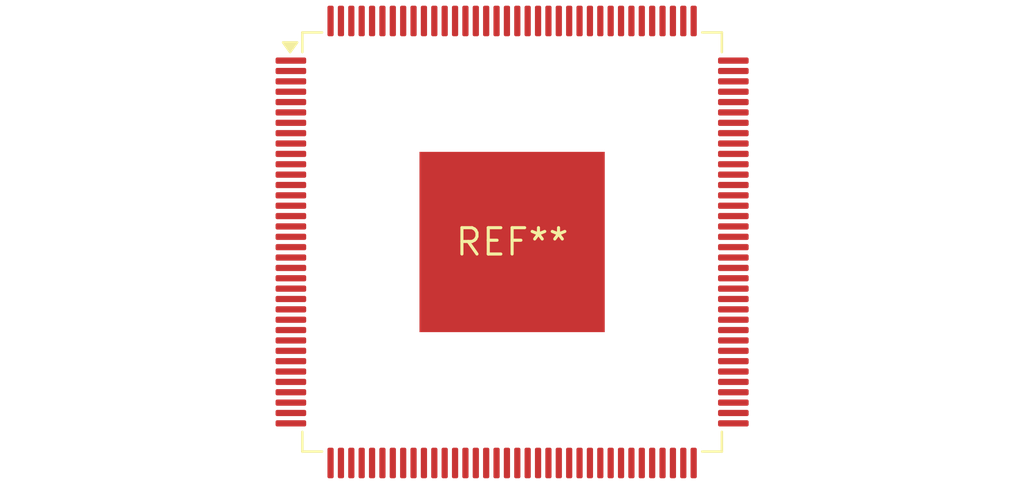
<source format=kicad_pcb>
(kicad_pcb (version 20240108) (generator pcbnew)
  (layers (0 "F.Cu" signal) (31 "B.Cu" signal) (34 "B.Paste" user) (35 "F.Paste" user) (36 "B.SilkS" user "B.Silkscreen") (37 "F.SilkS" user "F.Silkscreen") (38 "B.Mask" user) (39 "F.Mask" user) (44 "Edge.Cuts" user))
  (net 0 "")
  (footprint "EQFP-144-1EP_20x20mm_P0.5mm_EP8.93x8.7mm" (layer "F.Cu") (at 0 0)
    (property "Reference" "REF**")
    (property "Value" "EQFP-144-1EP_20x20mm_P0.5mm_EP8.93x8.7mm")
    (fp_line (start -10.11 -10.11) (end -10.11 -9.16) (layer "F.SilkS") (stroke (width 0.12)))
    (fp_line (start -10.11 10.11) (end -10.11 9.16) (layer "F.SilkS") (stroke (width 0.12)))
    (fp_line (start -9.16 -10.11) (end -10.11 -10.11) (layer "F.SilkS") (stroke (width 0.12)))
    (fp_line (start -9.16 10.11) (end -10.11 10.11) (layer "F.SilkS") (stroke (width 0.12)))
    (fp_line (start 9.16 -10.11) (end 10.11 -10.11) (layer "F.SilkS") (stroke (width 0.12)))
    (fp_line (start 9.16 10.11) (end 10.11 10.11) (layer "F.SilkS") (stroke (width 0.12)))
    (fp_line (start 10.11 -10.11) (end 10.11 -9.16) (layer "F.SilkS") (stroke (width 0.12)))
    (fp_line (start 10.11 10.11) (end 10.11 9.16) (layer "F.SilkS") (stroke (width 0.12)))
    (fp_poly (pts (xy -10.7 -9.16) (xy -11.04 -9.63) (xy -10.36 -9.63) (xy -10.7 -9.16)) (layer "F.SilkS") (stroke (width 0.12)) (fill solid))
    (pad "1" smd roundrect (at -10.6625 -8.75) (size 1.475 0.3) (layers "F.Cu" "F.Paste" "F.Mask"))
    (pad "2" smd roundrect (at -10.6625 -8.25) (size 1.475 0.3) (layers "F.Cu" "F.Paste" "F.Mask"))
    (pad "3" smd roundrect (at -10.6625 -7.75) (size 1.475 0.3) (layers "F.Cu" "F.Paste" "F.Mask"))
    (pad "4" smd roundrect (at -10.6625 -7.25) (size 1.475 0.3) (layers "F.Cu" "F.Paste" "F.Mask"))
    (pad "5" smd roundrect (at -10.6625 -6.75) (size 1.475 0.3) (layers "F.Cu" "F.Paste" "F.Mask"))
    (pad "6" smd roundrect (at -10.6625 -6.25) (size 1.475 0.3) (layers "F.Cu" "F.Paste" "F.Mask"))
    (pad "7" smd roundrect (at -10.6625 -5.75) (size 1.475 0.3) (layers "F.Cu" "F.Paste" "F.Mask"))
    (pad "8" smd roundrect (at -10.6625 -5.25) (size 1.475 0.3) (layers "F.Cu" "F.Paste" "F.Mask"))
    (pad "9" smd roundrect (at -10.6625 -4.75) (size 1.475 0.3) (layers "F.Cu" "F.Paste" "F.Mask"))
    (pad "10" smd roundrect (at -10.6625 -4.25) (size 1.475 0.3) (layers "F.Cu" "F.Paste" "F.Mask"))
    (pad "11" smd roundrect (at -10.6625 -3.75) (size 1.475 0.3) (layers "F.Cu" "F.Paste" "F.Mask"))
    (pad "12" smd roundrect (at -10.6625 -3.25) (size 1.475 0.3) (layers "F.Cu" "F.Paste" "F.Mask"))
    (pad "13" smd roundrect (at -10.6625 -2.75) (size 1.475 0.3) (layers "F.Cu" "F.Paste" "F.Mask"))
    (pad "14" smd roundrect (at -10.6625 -2.25) (size 1.475 0.3) (layers "F.Cu" "F.Paste" "F.Mask"))
    (pad "15" smd roundrect (at -10.6625 -1.75) (size 1.475 0.3) (layers "F.Cu" "F.Paste" "F.Mask"))
    (pad "16" smd roundrect (at -10.6625 -1.25) (size 1.475 0.3) (layers "F.Cu" "F.Paste" "F.Mask"))
    (pad "17" smd roundrect (at -10.6625 -0.75) (size 1.475 0.3) (layers "F.Cu" "F.Paste" "F.Mask"))
    (pad "18" smd roundrect (at -10.6625 -0.25) (size 1.475 0.3) (layers "F.Cu" "F.Paste" "F.Mask"))
    (pad "19" smd roundrect (at -10.6625 0.25) (size 1.475 0.3) (layers "F.Cu" "F.Paste" "F.Mask"))
    (pad "20" smd roundrect (at -10.6625 0.75) (size 1.475 0.3) (layers "F.Cu" "F.Paste" "F.Mask"))
    (pad "21" smd roundrect (at -10.6625 1.25) (size 1.475 0.3) (layers "F.Cu" "F.Paste" "F.Mask"))
    (pad "22" smd roundrect (at -10.6625 1.75) (size 1.475 0.3) (layers "F.Cu" "F.Paste" "F.Mask"))
    (pad "23" smd roundrect (at -10.6625 2.25) (size 1.475 0.3) (layers "F.Cu" "F.Paste" "F.Mask"))
    (pad "24" smd roundrect (at -10.6625 2.75) (size 1.475 0.3) (layers "F.Cu" "F.Paste" "F.Mask"))
    (pad "25" smd roundrect (at -10.6625 3.25) (size 1.475 0.3) (layers "F.Cu" "F.Paste" "F.Mask"))
    (pad "26" smd roundrect (at -10.6625 3.75) (size 1.475 0.3) (layers "F.Cu" "F.Paste" "F.Mask"))
    (pad "27" smd roundrect (at -10.6625 4.25) (size 1.475 0.3) (layers "F.Cu" "F.Paste" "F.Mask"))
    (pad "28" smd roundrect (at -10.6625 4.75) (size 1.475 0.3) (layers "F.Cu" "F.Paste" "F.Mask"))
    (pad "29" smd roundrect (at -10.6625 5.25) (size 1.475 0.3) (layers "F.Cu" "F.Paste" "F.Mask"))
    (pad "30" smd roundrect (at -10.6625 5.75) (size 1.475 0.3) (layers "F.Cu" "F.Paste" "F.Mask"))
    (pad "31" smd roundrect (at -10.6625 6.25) (size 1.475 0.3) (layers "F.Cu" "F.Paste" "F.Mask"))
    (pad "32" smd roundrect (at -10.6625 6.75) (size 1.475 0.3) (layers "F.Cu" "F.Paste" "F.Mask"))
    (pad "33" smd roundrect (at -10.6625 7.25) (size 1.475 0.3) (layers "F.Cu" "F.Paste" "F.Mask"))
    (pad "34" smd roundrect (at -10.6625 7.75) (size 1.475 0.3) (layers "F.Cu" "F.Paste" "F.Mask"))
    (pad "35" smd roundrect (at -10.6625 8.25) (size 1.475 0.3) (layers "F.Cu" "F.Paste" "F.Mask"))
    (pad "36" smd roundrect (at -10.6625 8.75) (size 1.475 0.3) (layers "F.Cu" "F.Paste" "F.Mask"))
    (pad "37" smd roundrect (at -8.75 10.6625) (size 0.3 1.475) (layers "F.Cu" "F.Paste" "F.Mask"))
    (pad "38" smd roundrect (at -8.25 10.6625) (size 0.3 1.475) (layers "F.Cu" "F.Paste" "F.Mask"))
    (pad "39" smd roundrect (at -7.75 10.6625) (size 0.3 1.475) (layers "F.Cu" "F.Paste" "F.Mask"))
    (pad "40" smd roundrect (at -7.25 10.6625) (size 0.3 1.475) (layers "F.Cu" "F.Paste" "F.Mask"))
    (pad "41" smd roundrect (at -6.75 10.6625) (size 0.3 1.475) (layers "F.Cu" "F.Paste" "F.Mask"))
    (pad "42" smd roundrect (at -6.25 10.6625) (size 0.3 1.475) (layers "F.Cu" "F.Paste" "F.Mask"))
    (pad "43" smd roundrect (at -5.75 10.6625) (size 0.3 1.475) (layers "F.Cu" "F.Paste" "F.Mask"))
    (pad "44" smd roundrect (at -5.25 10.6625) (size 0.3 1.475) (layers "F.Cu" "F.Paste" "F.Mask"))
    (pad "45" smd roundrect (at -4.75 10.6625) (size 0.3 1.475) (layers "F.Cu" "F.Paste" "F.Mask"))
    (pad "46" smd roundrect (at -4.25 10.6625) (size 0.3 1.475) (layers "F.Cu" "F.Paste" "F.Mask"))
    (pad "47" smd roundrect (at -3.75 10.6625) (size 0.3 1.475) (layers "F.Cu" "F.Paste" "F.Mask"))
    (pad "48" smd roundrect (at -3.25 10.6625) (size 0.3 1.475) (layers "F.Cu" "F.Paste" "F.Mask"))
    (pad "49" smd roundrect (at -2.75 10.6625) (size 0.3 1.475) (layers "F.Cu" "F.Paste" "F.Mask"))
    (pad "50" smd roundrect (at -2.25 10.6625) (size 0.3 1.475) (layers "F.Cu" "F.Paste" "F.Mask"))
    (pad "51" smd roundrect (at -1.75 10.6625) (size 0.3 1.475) (layers "F.Cu" "F.Paste" "F.Mask"))
    (pad "52" smd roundrect (at -1.25 10.6625) (size 0.3 1.475) (layers "F.Cu" "F.Paste" "F.Mask"))
    (pad "53" smd roundrect (at -0.75 10.6625) (size 0.3 1.475) (layers "F.Cu" "F.Paste" "F.Mask"))
    (pad "54" smd roundrect (at -0.25 10.6625) (size 0.3 1.475) (layers "F.Cu" "F.Paste" "F.Mask"))
    (pad "55" smd roundrect (at 0.25 10.6625) (size 0.3 1.475) (layers "F.Cu" "F.Paste" "F.Mask"))
    (pad "56" smd roundrect (at 0.75 10.6625) (size 0.3 1.475) (layers "F.Cu" "F.Paste" "F.Mask"))
    (pad "57" smd roundrect (at 1.25 10.6625) (size 0.3 1.475) (layers "F.Cu" "F.Paste" "F.Mask"))
    (pad "58" smd roundrect (at 1.75 10.6625) (size 0.3 1.475) (layers "F.Cu" "F.Paste" "F.Mask"))
    (pad "59" smd roundrect (at 2.25 10.6625) (size 0.3 1.475) (layers "F.Cu" "F.Paste" "F.Mask"))
    (pad "60" smd roundrect (at 2.75 10.6625) (size 0.3 1.475) (layers "F.Cu" "F.Paste" "F.Mask"))
    (pad "61" smd roundrect (at 3.25 10.6625) (size 0.3 1.475) (layers "F.Cu" "F.Paste" "F.Mask"))
    (pad "62" smd roundrect (at 3.75 10.6625) (size 0.3 1.475) (layers "F.Cu" "F.Paste" "F.Mask"))
    (pad "63" smd roundrect (at 4.25 10.6625) (size 0.3 1.475) (layers "F.Cu" "F.Paste" "F.Mask"))
    (pad "64" smd roundrect (at 4.75 10.6625) (size 0.3 1.475) (layers "F.Cu" "F.Paste" "F.Mask"))
    (pad "65" smd roundrect (at 5.25 10.6625) (size 0.3 1.475) (layers "F.Cu" "F.Paste" "F.Mask"))
    (pad "66" smd roundrect (at 5.75 10.6625) (size 0.3 1.475) (layers "F.Cu" "F.Paste" "F.Mask"))
    (pad "67" smd roundrect (at 6.25 10.6625) (size 0.3 1.475) (layers "F.Cu" "F.Paste" "F.Mask"))
    (pad "68" smd roundrect (at 6.75 10.6625) (size 0.3 1.475) (layers "F.Cu" "F.Paste" "F.Mask"))
    (pad "69" smd roundrect (at 7.25 10.6625) (size 0.3 1.475) (layers "F.Cu" "F.Paste" "F.Mask"))
    (pad "70" smd roundrect (at 7.75 10.6625) (size 0.3 1.475) (layers "F.Cu" "F.Paste" "F.Mask"))
    (pad "71" smd roundrect (at 8.25 10.6625) (size 0.3 1.475) (layers "F.Cu" "F.Paste" "F.Mask"))
    (pad "72" smd roundrect (at 8.75 10.6625) (size 0.3 1.475) (layers "F.Cu" "F.Paste" "F.Mask"))
    (pad "73" smd roundrect (at 10.6625 8.75) (size 1.475 0.3) (layers "F.Cu" "F.Paste" "F.Mask"))
    (pad "74" smd roundrect (at 10.6625 8.25) (size 1.475 0.3) (layers "F.Cu" "F.Paste" "F.Mask"))
    (pad "75" smd roundrect (at 10.6625 7.75) (size 1.475 0.3) (layers "F.Cu" "F.Paste" "F.Mask"))
    (pad "76" smd roundrect (at 10.6625 7.25) (size 1.475 0.3) (layers "F.Cu" "F.Paste" "F.Mask"))
    (pad "77" smd roundrect (at 10.6625 6.75) (size 1.475 0.3) (layers "F.Cu" "F.Paste" "F.Mask"))
    (pad "78" smd roundrect (at 10.6625 6.25) (size 1.475 0.3) (layers "F.Cu" "F.Paste" "F.Mask"))
    (pad "79" smd roundrect (at 10.6625 5.75) (size 1.475 0.3) (layers "F.Cu" "F.Paste" "F.Mask"))
    (pad "80" smd roundrect (at 10.6625 5.25) (size 1.475 0.3) (layers "F.Cu" "F.Paste" "F.Mask"))
    (pad "81" smd roundrect (at 10.6625 4.75) (size 1.475 0.3) (layers "F.Cu" "F.Paste" "F.Mask"))
    (pad "82" smd roundrect (at 10.6625 4.25) (size 1.475 0.3) (layers "F.Cu" "F.Paste" "F.Mask"))
    (pad "83" smd roundrect (at 10.6625 3.75) (size 1.475 0.3) (layers "F.Cu" "F.Paste" "F.Mask"))
    (pad "84" smd roundrect (at 10.6625 3.25) (size 1.475 0.3) (layers "F.Cu" "F.Paste" "F.Mask"))
    (pad "85" smd roundrect (at 10.6625 2.75) (size 1.475 0.3) (layers "F.Cu" "F.Paste" "F.Mask"))
    (pad "86" smd roundrect (at 10.6625 2.25) (size 1.475 0.3) (layers "F.Cu" "F.Paste" "F.Mask"))
    (pad "87" smd roundrect (at 10.6625 1.75) (size 1.475 0.3) (layers "F.Cu" "F.Paste" "F.Mask"))
    (pad "88" smd roundrect (at 10.6625 1.25) (size 1.475 0.3) (layers "F.Cu" "F.Paste" "F.Mask"))
    (pad "89" smd roundrect (at 10.6625 0.75) (size 1.475 0.3) (layers "F.Cu" "F.Paste" "F.Mask"))
    (pad "90" smd roundrect (at 10.6625 0.25) (size 1.475 0.3) (layers "F.Cu" "F.Paste" "F.Mask"))
    (pad "91" smd roundrect (at 10.6625 -0.25) (size 1.475 0.3) (layers "F.Cu" "F.Paste" "F.Mask"))
    (pad "92" smd roundrect (at 10.6625 -0.75) (size 1.475 0.3) (layers "F.Cu" "F.Paste" "F.Mask"))
    (pad "93" smd roundrect (at 10.6625 -1.25) (size 1.475 0.3) (layers "F.Cu" "F.Paste" "F.Mask"))
    (pad "94" smd roundrect (at 10.6625 -1.75) (size 1.475 0.3) (layers "F.Cu" "F.Paste" "F.Mask"))
    (pad "95" smd roundrect (at 10.6625 -2.25) (size 1.475 0.3) (layers "F.Cu" "F.Paste" "F.Mask"))
    (pad "96" smd roundrect (at 10.6625 -2.75) (size 1.475 0.3) (layers "F.Cu" "F.Paste" "F.Mask"))
    (pad "97" smd roundrect (at 10.6625 -3.25) (size 1.475 0.3) (layers "F.Cu" "F.Paste" "F.Mask"))
    (pad "98" smd roundrect (at 10.6625 -3.75) (size 1.475 0.3) (layers "F.Cu" "F.Paste" "F.Mask"))
    (pad "99" smd roundrect (at 10.6625 -4.25) (size 1.475 0.3) (layers "F.Cu" "F.Paste" "F.Mask"))
    (pad "100" smd roundrect (at 10.6625 -4.75) (size 1.475 0.3) (layers "F.Cu" "F.Paste" "F.Mask"))
    (pad "101" smd roundrect (at 10.6625 -5.25) (size 1.475 0.3) (layers "F.Cu" "F.Paste" "F.Mask"))
    (pad "102" smd roundrect (at 10.6625 -5.75) (size 1.475 0.3) (layers "F.Cu" "F.Paste" "F.Mask"))
    (pad "103" smd roundrect (at 10.6625 -6.25) (size 1.475 0.3) (layers "F.Cu" "F.Paste" "F.Mask"))
    (pad "104" smd roundrect (at 10.6625 -6.75) (size 1.475 0.3) (layers "F.Cu" "F.Paste" "F.Mask"))
    (pad "105" smd roundrect (at 10.6625 -7.25) (size 1.475 0.3) (layers "F.Cu" "F.Paste" "F.Mask"))
    (pad "106" smd roundrect (at 10.6625 -7.75) (size 1.475 0.3) (layers "F.Cu" "F.Paste" "F.Mask"))
    (pad "107" smd roundrect (at 10.6625 -8.25) (size 1.475 0.3) (layers "F.Cu" "F.Paste" "F.Mask"))
    (pad "108" smd roundrect (at 10.6625 -8.75) (size 1.475 0.3) (layers "F.Cu" "F.Paste" "F.Mask"))
    (pad "109" smd roundrect (at 8.75 -10.6625) (size 0.3 1.475) (layers "F.Cu" "F.Paste" "F.Mask"))
    (pad "110" smd roundrect (at 8.25 -10.6625) (size 0.3 1.475) (layers "F.Cu" "F.Paste" "F.Mask"))
    (pad "111" smd roundrect (at 7.75 -10.6625) (size 0.3 1.475) (layers "F.Cu" "F.Paste" "F.Mask"))
    (pad "112" smd roundrect (at 7.25 -10.6625) (size 0.3 1.475) (layers "F.Cu" "F.Paste" "F.Mask"))
    (pad "113" smd roundrect (at 6.75 -10.6625) (size 0.3 1.475) (layers "F.Cu" "F.Paste" "F.Mask"))
    (pad "114" smd roundrect (at 6.25 -10.6625) (size 0.3 1.475) (layers "F.Cu" "F.Paste" "F.Mask"))
    (pad "115" smd roundrect (at 5.75 -10.6625) (size 0.3 1.475) (layers "F.Cu" "F.Paste" "F.Mask"))
    (pad "116" smd roundrect (at 5.25 -10.6625) (size 0.3 1.475) (layers "F.Cu" "F.Paste" "F.Mask"))
    (pad "117" smd roundrect (at 4.75 -10.6625) (size 0.3 1.475) (layers "F.Cu" "F.Paste" "F.Mask"))
    (pad "118" smd roundrect (at 4.25 -10.6625) (size 0.3 1.475) (layers "F.Cu" "F.Paste" "F.Mask"))
    (pad "119" smd roundrect (at 3.75 -10.6625) (size 0.3 1.475) (layers "F.Cu" "F.Paste" "F.Mask"))
    (pad "120" smd roundrect (at 3.25 -10.6625) (size 0.3 1.475) (layers "F.Cu" "F.Paste" "F.Mask"))
    (pad "121" smd roundrect (at 2.75 -10.6625) (size 0.3 1.475) (layers "F.Cu" "F.Paste" "F.Mask"))
    (pad "122" smd roundrect (at 2.25 -10.6625) (size 0.3 1.475) (layers "F.Cu" "F.Paste" "F.Mask"))
    (pad "123" smd roundrect (at 1.75 -10.6625) (size 0.3 1.475) (layers "F.Cu" "F.Paste" "F.Mask"))
    (pad "124" smd roundrect (at 1.25 -10.6625) (size 0.3 1.475) (layers "F.Cu" "F.Paste" "F.Mask"))
    (pad "125" smd roundrect (at 0.75 -10.6625) (size 0.3 1.475) (layers "F.Cu" "F.Paste" "F.Mask"))
    (pad "126" smd roundrect (at 0.25 -10.6625) (size 0.3 1.475) (layers "F.Cu" "F.Paste" "F.Mask"))
    (pad "127" smd roundrect (at -0.25 -10.6625) (size 0.3 1.475) (layers "F.Cu" "F.Paste" "F.Mask"))
    (pad "128" smd roundrect (at -0.75 -10.6625) (size 0.3 1.475) (layers "F.Cu" "F.Paste" "F.Mask"))
    (pad "129" smd roundrect (at -1.25 -10.6625) (size 0.3 1.475) (layers "F.Cu" "F.Paste" "F.Mask"))
    (pad "130" smd roundrect (at -1.75 -10.6625) (size 0.3 1.475) (layers "F.Cu" "F.Paste" "F.Mask"))
    (pad "131" smd roundrect (at -2.25 -10.6625) (size 0.3 1.475) (layers "F.Cu" "F.Paste" "F.Mask"))
    (pad "132" smd roundrect (at -2.75 -10.6625) (size 0.3 1.475) (layers "F.Cu" "F.Paste" "F.Mask"))
    (pad "133" smd roundrect (at -3.25 -10.6625) (size 0.3 1.475) (layers "F.Cu" "F.Paste" "F.Mask"))
    (pad "134" smd roundrect (at -3.75 -10.6625) (size 0.3 1.475) (layers "F.Cu" "F.Paste" "F.Mask"))
    (pad "135" smd roundrect (at -4.25 -10.6625) (size 0.3 1.475) (layers "F.Cu" "F.Paste" "F.Mask"))
    (pad "136" smd roundrect (at -4.75 -10.6625) (size 0.3 1.475) (layers "F.Cu" "F.Paste" "F.Mask"))
    (pad "137" smd roundrect (at -5.25 -10.6625) (size 0.3 1.475) (layers "F.Cu" "F.Paste" "F.Mask"))
    (pad "138" smd roundrect (at -5.75 -10.6625) (size 0.3 1.475) (layers "F.Cu" "F.Paste" "F.Mask"))
    (pad "139" smd roundrect (at -6.25 -10.6625) (size 0.3 1.475) (layers "F.Cu" "F.Paste" "F.Mask"))
    (pad "140" smd roundrect (at -6.75 -10.6625) (size 0.3 1.475) (layers "F.Cu" "F.Paste" "F.Mask"))
    (pad "141" smd roundrect (at -7.25 -10.6625) (size 0.3 1.475) (layers "F.Cu" "F.Paste" "F.Mask"))
    (pad "142" smd roundrect (at -7.75 -10.6625) (size 0.3 1.475) (layers "F.Cu" "F.Paste" "F.Mask"))
    (pad "143" smd roundrect (at -8.25 -10.6625) (size 0.3 1.475) (layers "F.Cu" "F.Paste" "F.Mask"))
    (pad "144" smd roundrect (at -8.75 -10.6625) (size 0.3 1.475) (layers "F.Cu" "F.Paste" "F.Mask"))
    (pad "145" smd rect (at 0 0) (size 8.93 8.7) (property pad_prop_heatsink) (layers "F.Cu" "F.Mask"))
  )
)
</source>
